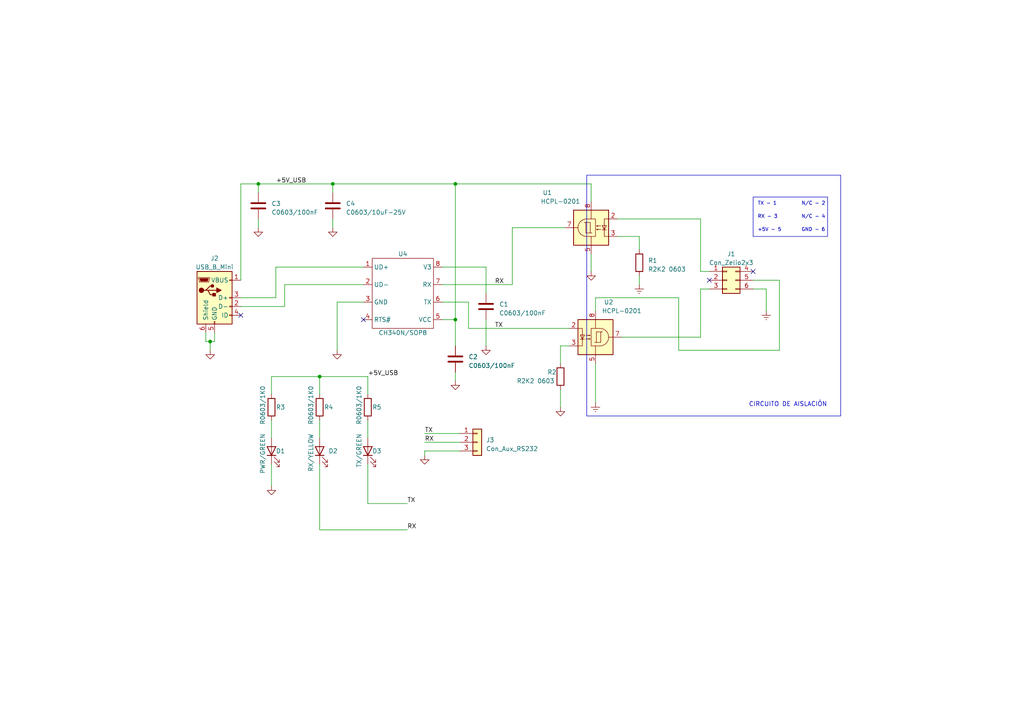
<source format=kicad_sch>
(kicad_sch (version 20230121) (generator eeschema)
  (paper "A4")
  (title_block (title "Cable USB Zelio v1") (date "2023-05-14") (rev "0.0.1") (company "Iothost"))
  (lib_symbols
    (symbol "CH340N_YouTube:CH340N"
      (property "Reference" "U" (at -7.62 12.7 0))
      (symbol "CH340N_1_1"
        (rectangle (start -8.89 10.16) (end 8.89 -10.16))
        (pin input line (at -11.43 7.62 0) (length 2.54) (name "UD+") (number "1"))
        (pin input line (at -11.43 2.54 0) (length 2.54) (name "UD-") (number "2"))
        (pin input line (at -11.43 -2.54 0) (length 2.54) (name "GND") (number "3"))
        (pin input line (at -11.43 -7.62 0) (length 2.54) (name "RTS#") (number "4"))
        (pin input line (at 11.43 -7.62 180) (length 2.54) (name "VCC") (number "5"))
        (pin input line (at 11.43 -2.54 180) (length 2.54) (name "TX") (number "6"))
        (pin input line (at 11.43 2.54 180) (length 2.54) (name "RX") (number "7"))
        (pin input line (at 11.43 7.62 180) (length 2.54) (name "V3") (number "8"))
      )
    )
    (symbol "Connector:USB_B_Mini" (pin_names (offset 1.016))
      (property "Reference" "J" (at -5.08 11.43 0))
      (property "Value" "USB_B_Mini" (at -5.08 8.89 0))
      (symbol "USB_B_Mini_0_1"
        (rectangle (start -5.08 -7.62) (end 5.08 7.62) (stroke (width 0.254)) (fill (type background)))
        (circle (center -3.81 2.159) (radius 0.635) (stroke (width 0.254)) (fill (type outline)))
        (circle (center -0.635 3.429) (radius 0.381) (stroke (width 0.254)) (fill (type outline)))
        (rectangle (start -0.127 -7.62) (end 0.127 -6.858))
        (polyline (pts (xy -1.905 2.159) (xy 0.635 2.159)) (stroke (width 0.254)))
        (polyline (pts (xy -3.175 2.159) (xy -2.54 2.159) (xy -1.27 3.429) (xy -0.635 3.429)) (stroke (width 0.254)))
        (polyline (pts (xy -2.54 2.159) (xy -1.905 2.159) (xy -1.27 0.889) (xy 0 0.889)) (stroke (width 0.254)))
        (polyline (pts (xy 0.635 2.794) (xy 0.635 1.524) (xy 1.905 2.159) (xy 0.635 2.794)) (stroke (width 0.254)) (fill (type outline)))
        (polyline (pts (xy -4.318 5.588) (xy -1.778 5.588) (xy -2.032 4.826) (xy -4.064 4.826) (xy -4.318 5.588)) (fill (type outline)))
        (polyline (pts (xy -4.699 5.842) (xy -4.699 5.588) (xy -4.445 4.826) (xy -4.445 4.572) (xy -1.651 4.572) (xy -1.651 4.826) (xy -1.397 5.588) (xy -1.397 5.842) (xy -4.699 5.842)))
        (rectangle (start 0.254 1.27) (end -0.508 0.508) (stroke (width 0.254)) (fill (type outline)))
        (rectangle (start 5.08 -5.207) (end 4.318 -4.953))
        (rectangle (start 5.08 -2.667) (end 4.318 -2.413))
        (rectangle (start 5.08 -0.127) (end 4.318 0.127))
        (rectangle (start 5.08 4.953) (end 4.318 5.207))
      )
      (symbol "USB_B_Mini_1_1"
        (pin power_out line (at 7.62 5.08 180) (length 2.54) (name "VBUS") (number "1"))
        (pin bidirectional line (at 7.62 -2.54 180) (length 2.54) (name "D-") (number "2"))
        (pin bidirectional line (at 7.62 0 180) (length 2.54) (name "D+") (number "3"))
        (pin passive line (at 7.62 -5.08 180) (length 2.54) (name "ID") (number "4"))
        (pin power_out line (at 0 -10.16 90) (length 2.54) (name "GND") (number "5"))
        (pin passive line (at -2.54 -10.16 90) (length 2.54) (name "Shield") (number "6"))
      )
    )
    (symbol "Connector_Generic:Conn_01x03" (pin_names (offset 1.016) hide)
      (property "Reference" "J" (at 0 5.08 0))
      (property "Value" "Conn_01x03" (at 0 -5.08 0))
      (symbol "Conn_01x03_1_1"
        (rectangle (start -1.27 -2.413) (end 0 -2.667) (stroke (width 0.1524)))
        (rectangle (start -1.27 0.127) (end 0 -0.127) (stroke (width 0.1524)))
        (rectangle (start -1.27 2.667) (end 0 2.413) (stroke (width 0.1524)))
        (rectangle (start -1.27 3.81) (end 1.27 -3.81) (stroke (width 0.254)) (fill (type background)))
        (pin passive line (at -5.08 2.54 0) (length 3.81) (name "Pin_1") (number "1"))
        (pin passive line (at -5.08 0 0) (length 3.81) (name "Pin_2") (number "2"))
        (pin passive line (at -5.08 -2.54 0) (length 3.81) (name "Pin_3") (number "3"))
      )
    )
    (symbol "Connector_Generic:Conn_02x03_Top_Bottom" (pin_names (offset 1.016) hide)
      (property "Reference" "J" (at 1.27 5.08 0))
      (property "Value" "Conn_02x03_Top_Bottom" (at 1.27 -5.08 0))
      (symbol "Conn_02x03_Top_Bottom_1_1"
        (rectangle (start -1.27 -2.413) (end 0 -2.667) (stroke (width 0.1524)))
        (rectangle (start -1.27 0.127) (end 0 -0.127) (stroke (width 0.1524)))
        (rectangle (start -1.27 2.667) (end 0 2.413) (stroke (width 0.1524)))
        (rectangle (start -1.27 3.81) (end 3.81 -3.81) (stroke (width 0.254)) (fill (type background)))
        (rectangle (start 3.81 -2.413) (end 2.54 -2.667) (stroke (width 0.1524)))
        (rectangle (start 3.81 0.127) (end 2.54 -0.127) (stroke (width 0.1524)))
        (rectangle (start 3.81 2.667) (end 2.54 2.413) (stroke (width 0.1524)))
        (pin passive line (at -5.08 2.54 0) (length 3.81) (name "Pin_1") (number "1"))
        (pin passive line (at -5.08 0 0) (length 3.81) (name "Pin_2") (number "2"))
        (pin passive line (at -5.08 -2.54 0) (length 3.81) (name "Pin_3") (number "3"))
        (pin passive line (at 7.62 2.54 180) (length 3.81) (name "Pin_4") (number "4"))
        (pin passive line (at 7.62 0 180) (length 3.81) (name "Pin_5") (number "5"))
        (pin passive line (at 7.62 -2.54 180) (length 3.81) (name "Pin_6") (number "6"))
      )
    )
    (symbol "Device:C" (pin_numbers hide) (pin_names (offset 0.254))
      (property "Reference" "C" (at 0.635 2.54 0))
      (property "Value" "C" (at 0.635 -2.54 0))
      (symbol "C_0_1"
        (polyline (pts (xy -2.032 -0.762) (xy 2.032 -0.762)) (stroke (width 0.508)))
        (polyline (pts (xy -2.032 0.762) (xy 2.032 0.762)) (stroke (width 0.508)))
      )
      (symbol "C_1_1"
        (pin passive line (at 0 3.81 270) (length 2.794) (name "~") (number "1"))
        (pin passive line (at 0 -3.81 90) (length 2.794) (name "~") (number "2"))
      )
    )
    (symbol "Device:LED" (pin_numbers hide) (pin_names (offset 1.016) hide)
      (property "Reference" "D" (at 0 2.54 0))
      (property "Value" "LED" (at 0 -2.54 0))
      (symbol "LED_0_1"
        (polyline (pts (xy -1.27 -1.27) (xy -1.27 1.27)) (stroke (width 0.254)))
        (polyline (pts (xy -1.27 0) (xy 1.27 0)))
        (polyline (pts (xy 1.27 -1.27) (xy 1.27 1.27) (xy -1.27 0) (xy 1.27 -1.27)) (stroke (width 0.254)))
        (polyline (pts (xy -3.048 -0.762) (xy -4.572 -2.286) (xy -3.81 -2.286) (xy -4.572 -2.286) (xy -4.572 -1.524)))
        (polyline (pts (xy -1.778 -0.762) (xy -3.302 -2.286) (xy -2.54 -2.286) (xy -3.302 -2.286) (xy -3.302 -1.524)))
      )
      (symbol "LED_1_1"
        (pin passive line (at -3.81 0 0) (length 2.54) (name "K") (number "1"))
        (pin passive line (at 3.81 0 180) (length 2.54) (name "A") (number "2"))
      )
    )
    (symbol "Device:R" (pin_numbers hide) (pin_names (offset 0))
      (property "Reference" "R" (at 2.032 0 90))
      (property "Value" "R" (at 0 0 90))
      (symbol "R_0_1"
        (rectangle (start -1.016 -2.54) (end 1.016 2.54) (stroke (width 0.254)))
      )
      (symbol "R_1_1"
        (pin passive line (at 0 3.81 270) (length 1.27) (name "~") (number "1"))
        (pin passive line (at 0 -3.81 90) (length 1.27) (name "~") (number "2"))
      )
    )
    (symbol "Isolator:HCPL-0201"
      (property "Reference" "U" (at -5.08 6.35 0))
      (property "Value" "HCPL-0201" (at 6.35 6.35 0))
      (symbol "HCPL-0201_0_1"
        (polyline (pts (xy 0.254 -1.524) (xy -0.254 -1.524)))
        (polyline (pts (xy 1.524 1.524) (xy 2.032 1.524)))
        (polyline (pts (xy 5.08 0) (xy 3.81 0)))
        (rectangle (start 0.254 1.524) (end 1.524 -1.524))
      )
      (symbol "HCPL-0201_1_1"
        (rectangle (start -5.08 5.08) (end 5.08 -5.08) (stroke (width 0.254)) (fill (type background)))
        (polyline (pts (xy -4.445 -0.635) (xy -3.175 -0.635)))
        (polyline (pts (xy 0 2.54) (xy 0 5.08)))
        (polyline (pts (xy 0 -2.54) (xy 0 -5.08) (xy 0 -3.81)))
        (polyline (pts (xy -5.08 -2.54) (xy -3.81 -2.54) (xy -3.81 2.54) (xy -5.08 2.54)))
        (polyline (pts (xy -3.81 -0.635) (xy -4.445 0.635) (xy -3.175 0.635) (xy -3.81 -0.635)))
        (polyline (pts (xy 1.27 -2.54) (xy -1.27 -2.54) (xy -1.27 2.54) (xy 1.27 2.54)))
        (polyline (pts (xy -2.794 -0.508) (xy -1.524 -0.508) (xy -1.905 -0.635) (xy -1.905 -0.381) (xy -1.524 -0.508)))
        (polyline (pts (xy -2.794 0.508) (xy -1.524 0.508) (xy -1.905 0.381) (xy -1.905 0.635) (xy -1.524 0.508)))
        (arc (start 1.27 -2.54) (mid 3.799 0) (end 1.27 2.54))
        (pin no_connect line (at -5.08 0 0) (length 2.54) hide (name "~") (number "1"))
        (pin passive line (at -7.62 2.54 0) (length 2.54) (name "~") (number "2"))
        (pin passive line (at -7.62 -2.54 0) (length 2.54) (name "~") (number "3"))
        (pin no_connect line (at -5.08 -5.08 0) (length 2.54) hide (name "~") (number "4"))
        (pin power_in line (at 0 -7.62 90) (length 2.54) (name "~") (number "5"))
        (pin no_connect line (at 5.08 -2.54 180) (length 2.54) hide (name "~") (number "6"))
        (pin output line (at 7.62 0 180) (length 2.54) (name "~") (number "7"))
        (pin power_in line (at 0 7.62 270) (length 2.54) (name "~") (number "8"))
      )
    )
    (symbol "power:Earth" (power) (pin_names (offset 0))
      (symbol "Earth_0_1"
        (polyline (pts (xy -0.635 -1.905) (xy 0.635 -1.905)))
        (polyline (pts (xy -0.127 -2.54) (xy 0.127 -2.54)))
        (polyline (pts (xy 0 -1.27) (xy 0 0)))
        (polyline (pts (xy 1.27 -1.27) (xy -1.27 -1.27)))
      )
      (symbol "Earth_1_1"
        (pin power_in line (at 0 0 270) (length 0) hide (name "Earth") (number "1"))
      )
    )
    (symbol "power:GND" (power) (pin_names (offset 0))
      (property "Value" "GND" (at 0 -3.81 0))
      (symbol "GND_0_1"
        (polyline (pts (xy 0 0) (xy 0 -1.27) (xy 1.27 -1.27) (xy 0 -2.54) (xy -1.27 -1.27) (xy 0 -1.27)))
      )
      (symbol "GND_1_1"
        (pin power_in line (at 0 0 270) (length 0) hide (name "GND") (number "1"))
      )
    )
  )
  (junction (at 132.08 92.71))
  (junction (at 132.08 53.34))
  (junction (at 74.93 53.34))
  (junction (at 96.52 53.34))
  (junction (at 60.96 99.06))
  (junction (at 92.71 109.22))
  (no_connect (at 69.85 91.44))
  (no_connect (at 105.41 92.71))
  (no_connect (at 205.74 81.28))
  (no_connect (at 218.44 78.74))
  (wire (pts (xy 59.69 99.06) (xy 60.96 99.06)))
  (wire (pts (xy 123.19 128.27) (xy 133.35 128.27)))
  (wire (pts (xy 69.85 53.34) (xy 74.93 53.34)))
  (wire (pts (xy 148.59 66.04) (xy 148.59 82.55)))
  (wire (pts (xy 179.07 68.58) (xy 185.42 68.58)))
  (wire (pts (xy 196.85 86.36) (xy 196.85 101.6)))
  (wire (pts (xy 148.59 82.55) (xy 128.27 82.55)))
  (wire (pts (xy 140.97 77.47) (xy 128.27 77.47)))
  (wire (pts (xy 203.2 78.74) (xy 205.74 78.74)))
  (wire (pts (xy 106.68 134.62) (xy 106.68 146.05)))
  (wire (pts (xy 128.27 87.63) (xy 135.89 87.63)))
  (wire (pts (xy 78.74 109.22) (xy 92.71 109.22)))
  (wire (pts (xy 92.71 109.22) (xy 106.68 109.22)))
  (wire (pts (xy 132.08 92.71) (xy 132.08 53.34)))
  (wire (pts (xy 60.96 99.06) (xy 62.23 99.06)))
  (wire (pts (xy 185.42 68.58) (xy 185.42 72.39)))
  (wire (pts (xy 203.2 83.82) (xy 205.74 83.82)))
  (wire (pts (xy 78.74 134.62) (xy 78.74 140.97)))
  (wire (pts (xy 78.74 121.92) (xy 78.74 127)))
  (wire (pts (xy 82.55 88.9) (xy 82.55 82.55)))
  (wire (pts (xy 60.96 99.06) (xy 60.96 101.6)))
  (wire (pts (xy 123.19 130.81) (xy 123.19 132.08)))
  (wire (pts (xy 172.72 105.41) (xy 172.72 116.84)))
  (wire (pts (xy 203.2 97.79) (xy 203.2 83.82)))
  (wire (pts (xy 163.83 66.04) (xy 148.59 66.04)))
  (wire (pts (xy 80.01 86.36) (xy 80.01 77.47)))
  (wire (pts (xy 96.52 63.5) (xy 96.52 66.04)))
  (wire (pts (xy 135.89 95.25) (xy 165.1 95.25)))
  (wire (pts (xy 132.08 53.34) (xy 171.45 53.34)))
  (wire (pts (xy 74.93 63.5) (xy 74.93 66.04)))
  (wire (pts (xy 106.68 109.22) (xy 106.68 114.3)))
  (wire (pts (xy 92.71 109.22) (xy 92.71 114.3)))
  (wire (pts (xy 162.56 100.33) (xy 162.56 105.41)))
  (wire (pts (xy 128.27 92.71) (xy 132.08 92.71)))
  (wire (pts (xy 82.55 82.55) (xy 105.41 82.55)))
  (wire (pts (xy 96.52 53.34) (xy 132.08 53.34)))
  (wire (pts (xy 162.56 113.03) (xy 162.56 118.11)))
  (wire (pts (xy 135.89 87.63) (xy 135.89 95.25)))
  (wire (pts (xy 69.85 88.9) (xy 82.55 88.9)))
  (wire (pts (xy 62.23 96.52) (xy 62.23 99.06)))
  (wire (pts (xy 123.19 125.73) (xy 133.35 125.73)))
  (wire (pts (xy 165.1 100.33) (xy 162.56 100.33)))
  (wire (pts (xy 180.34 97.79) (xy 203.2 97.79)))
  (wire (pts (xy 132.08 107.95) (xy 132.08 110.49)))
  (wire (pts (xy 185.42 80.01) (xy 185.42 82.55)))
  (wire (pts (xy 106.68 146.05) (xy 118.11 146.05)))
  (wire (pts (xy 172.72 86.36) (xy 196.85 86.36)))
  (wire (pts (xy 218.44 83.82) (xy 222.25 83.82)))
  (wire (pts (xy 80.01 77.47) (xy 105.41 77.47)))
  (wire (pts (xy 171.45 73.66) (xy 171.45 78.74)))
  (wire (pts (xy 222.25 83.82) (xy 222.25 90.17)))
  (wire (pts (xy 96.52 53.34) (xy 96.52 55.88)))
  (wire (pts (xy 172.72 90.17) (xy 172.72 86.36)))
  (wire (pts (xy 92.71 153.67) (xy 118.11 153.67)))
  (wire (pts (xy 105.41 87.63) (xy 97.79 87.63)))
  (wire (pts (xy 69.85 86.36) (xy 80.01 86.36)))
  (wire (pts (xy 106.68 121.92) (xy 106.68 127)))
  (wire (pts (xy 92.71 134.62) (xy 92.71 153.67)))
  (wire (pts (xy 226.06 101.6) (xy 226.06 81.28)))
  (wire (pts (xy 74.93 53.34) (xy 74.93 55.88)))
  (wire (pts (xy 92.71 121.92) (xy 92.71 127)))
  (wire (pts (xy 123.19 130.81) (xy 133.35 130.81)))
  (wire (pts (xy 226.06 81.28) (xy 218.44 81.28)))
  (wire (pts (xy 59.69 96.52) (xy 59.69 99.06)))
  (wire (pts (xy 132.08 92.71) (xy 132.08 100.33)))
  (wire (pts (xy 140.97 92.71) (xy 140.97 100.33)))
  (wire (pts (xy 97.79 87.63) (xy 97.79 101.6)))
  (wire (pts (xy 196.85 101.6) (xy 226.06 101.6)))
  (wire (pts (xy 203.2 63.5) (xy 203.2 78.74)))
  (wire (pts (xy 78.74 114.3) (xy 78.74 109.22)))
  (wire (pts (xy 69.85 81.28) (xy 69.85 53.34)))
  (wire (pts (xy 74.93 53.34) (xy 96.52 53.34)))
  (wire (pts (xy 179.07 63.5) (xy 203.2 63.5)))
  (wire (pts (xy 140.97 85.09) (xy 140.97 77.47)))
  (wire (pts (xy 171.45 53.34) (xy 171.45 58.42)))
  (rectangle (start 170.18 50.8) (end 243.84 120.65))
  (rectangle (start 218.44 57.15) (end 240.03 68.58))
  (text "GND - 6" (at 232.41 67.31 0) (effects (font (size 1 1)) (justify left bottom)))
  (text "N/C - 2" (at 232.41 59.69 0) (effects (font (size 1 1)) (justify left bottom)))
  (text "+5V - 5" (at 219.71 67.31 0) (effects (font (size 1 1)) (justify left bottom)))
  (text "TX - 1" (at 219.71 59.69 0) (effects (font (size 1 1)) (justify left bottom)))
  (text "N/C - 4" (at 232.41 63.5 0) (effects (font (size 1 1)) (justify left bottom)))
  (text "RX - 3" (at 219.71 63.5 0) (effects (font (size 1 1)) (justify left bottom)))
  (text "CIRCUITO DE AISLACIÓN" (at 217.17 118.11 0) (effects (font (size 1.27 1.27)) (justify left bottom)))
  (label "RX" (at 123.19 128.27 0))
  (label "+5V_USB" (at 106.68 109.22 0))
  (label "RX" (at 143.51 82.55 0))
  (label "RX" (at 118.11 153.67 0))
  (label "+5V_USB" (at 80.01 53.34 0))
  (label "TX" (at 123.19 125.73 0))
  (label "TX" (at 118.11 146.05 0))
  (label "TX" (at 143.51 95.25 0))
  (symbol (lib_id "Connector:USB_B_Mini") (at 62.23 86.36 0) (unit 1)
    (property "Reference" "J2" (at 62.23 74.93 0))
    (property "Value" "USB_B_Mini" (at 62.23 77.47 0))
    (property "Footprint" "Connector_USB:USB_Micro-B_GCT_USB3076-30-A" (effects hide))
    (property "LCSC" "C319160" (effects hide))
  )
  (symbol (lib_id "Device:C") (at 140.97 88.9 0) (unit 1)
    (property "Reference" "C1" (at 144.78 88.265 0) (effects (justify left)))
    (property "Value" "C0603/100nF" (at 144.78 90.805 0) (effects (justify left)))
    (property "Footprint" "Capacitor_SMD:C_0603_1608Metric" (effects hide))
    (property "LCSC" "C14663" (effects hide))
  )
  (symbol (lib_id "power:GND") (at 96.52 66.04 0) (unit 1)
    (property "Reference" "#PWR011" (effects hide))
    (property "Value" "GND" (effects hide))
  )
  (symbol (lib_id "Isolator:HCPL-0201") (at 171.45 66.04 0) (mirror y) (unit 1)
    (property "Reference" "U1" (at 158.75 55.88 0))
    (property "Value" "HCPL-0201" (at 162.56 58.42 0))
    (property "Footprint" "Package_SO:SOIC-8_3.9x4.9mm_P1.27mm" (effects hide))
    (property "Datasheet" "https://docs.broadcom.com/docs/AV02-0674EN" (effects hide))
    (property "LCSC" "C188694" (effects hide))
  )
  (symbol (lib_id "Device:C") (at 96.52 59.69 0) (unit 1)
    (property "Reference" "C4" (at 100.33 59.055 0) (effects (justify left)))
    (property "Value" "C0603/10uF-25V" (at 100.33 61.595 0) (effects (justify left)))
    (property "Footprint" "Capacitor_SMD:C_0603_1608Metric" (effects hide))
    (property "LCSC" "C96446" (effects hide))
  )
  (symbol (lib_id "Connector_Generic:Conn_02x03_Top_Bottom") (at 210.82 81.28 0) (unit 1)
    (property "Reference" "J1" (at 212.09 73.66 0))
    (property "Value" "Con_Zelio2x3" (at 212.09 76.2 0))
    (property "Footprint" "Connector_PinHeader_2.54mm:PinHeader_2x03_P2.54mm_Horizontal" (effects hide))
  )
  (symbol (lib_id "power:GND") (at 74.93 66.04 0) (unit 1)
    (property "Reference" "#PWR010" (effects hide))
    (property "Value" "GND" (effects hide))
  )
  (symbol (lib_id "CH340N_YouTube:CH340N") (at 116.84 85.09 0) (unit 1)
    (property "Reference" "U4" (at 116.84 73.66 0))
    (property "Value" "CH340N/SOP8" (at 116.84 96.52 0))
    (property "Footprint" "Package_SO:SO-8_3.9x4.9mm_P1.27mm" (effects hide))
    (property "LCSC" "C506813" (effects hide))
  )
  (symbol (lib_id "Device:R") (at 92.71 118.11 0) (unit 1)
    (property "Reference" "R4" (at 93.98 118.11 0) (effects (justify left)))
    (property "Value" "R0603/1K0" (at 90.17 123.19 90) (effects (justify left)))
    (property "Footprint" "Resistor_SMD:R_0603_1608Metric" (effects hide))
    (property "Datasheet" "https://datasheet.lcsc.com/lcsc/2206010230_UNI-ROYAL-Uniroyal-Elec-0603WAF2201T5E_C4190.pdf" (effects hide))
    (property "LCSC" "C21190" (effects hide))
  )
  (symbol (lib_id "Device:R") (at 185.42 76.2 0) (unit 1)
    (property "Reference" "R1" (at 187.96 75.565 0) (effects (justify left)))
    (property "Value" "R2K2 0603" (at 187.96 78.105 0) (effects (justify left)))
    (property "Footprint" "Resistor_SMD:R_0603_1608Metric" (effects hide))
    (property "Datasheet" "https://datasheet.lcsc.com/lcsc/2206010230_UNI-ROYAL-Uniroyal-Elec-0603WAF2201T5E_C4190.pdf" (effects hide))
    (property "LCSC" "C4190" (effects hide))
  )
  (symbol (lib_id "Device:R") (at 162.56 109.22 0) (unit 1)
    (property "Reference" "R2" (at 158.75 107.95 0) (effects (justify left)))
    (property "Value" "R2K2 0603" (at 149.86 110.49 0) (effects (justify left)))
    (property "Footprint" "Resistor_SMD:R_0603_1608Metric" (effects hide))
    (property "Datasheet" "https://datasheet.lcsc.com/lcsc/2206010230_UNI-ROYAL-Uniroyal-Elec-0603WAF2201T5E_C4190.pdf" (effects hide))
    (property "LCSC" "C4190" (effects hide))
  )
  (symbol (lib_id "power:GND") (at 78.74 140.97 0) (unit 1)
    (property "Reference" "#PWR012" (effects hide))
    (property "Value" "GND" (effects hide))
  )
  (symbol (lib_id "power:GND") (at 171.45 78.74 0) (unit 1)
    (property "Reference" "#PWR08" (effects hide))
    (property "Value" "GND" (effects hide))
  )
  (symbol (lib_id "power:Earth") (at 185.42 82.55 0) (unit 1)
    (property "Reference" "#PWR02" (effects hide))
    (property "Value" "Earth" (effects hide))
  )
  (symbol (lib_id "power:GND") (at 97.79 101.6 0) (unit 1)
    (property "Reference" "#PWR05" (effects hide))
    (property "Value" "GND" (effects hide))
  )
  (symbol (lib_id "Device:C") (at 132.08 104.14 0) (unit 1)
    (property "Reference" "C2" (at 135.89 103.505 0) (effects (justify left)))
    (property "Value" "C0603/100nF" (at 135.89 106.045 0) (effects (justify left)))
    (property "Footprint" "Capacitor_SMD:C_0603_1608Metric" (effects hide))
    (property "LCSC" "C14663" (effects hide))
  )
  (symbol (lib_id "power:GND") (at 60.96 101.6 0) (unit 1)
    (property "Reference" "#PWR04" (effects hide))
    (property "Value" "GND" (effects hide))
  )
  (symbol (lib_id "Device:R") (at 78.74 118.11 0) (unit 1)
    (property "Reference" "R3" (at 80.01 118.11 0) (effects (justify left)))
    (property "Value" "R0603/1K0" (at 76.2 123.19 90) (effects (justify left)))
    (property "Footprint" "Resistor_SMD:R_0603_1608Metric" (effects hide))
    (property "Datasheet" "https://datasheet.lcsc.com/lcsc/2206010230_UNI-ROYAL-Uniroyal-Elec-0603WAF2201T5E_C4190.pdf" (effects hide))
    (property "LCSC" "C21190" (effects hide))
  )
  (symbol (lib_id "Device:R") (at 106.68 118.11 0) (unit 1)
    (property "Reference" "R5" (at 107.95 118.11 0) (effects (justify left)))
    (property "Value" "R0603/1K0" (at 104.14 123.19 90) (effects (justify left)))
    (property "Footprint" "Resistor_SMD:R_0603_1608Metric" (effects hide))
    (property "Datasheet" "https://datasheet.lcsc.com/lcsc/2206010230_UNI-ROYAL-Uniroyal-Elec-0603WAF2201T5E_C4190.pdf" (effects hide))
    (property "LCSC" "C21190" (effects hide))
  )
  (symbol (lib_id "Isolator:HCPL-0201") (at 172.72 97.79 0) (unit 1)
    (property "Reference" "U2" (at 176.53 87.63 0))
    (property "Value" "HCPL-0201" (at 180.34 90.17 0))
    (property "Footprint" "Package_SO:SOIC-8_3.9x4.9mm_P1.27mm" (effects hide))
    (property "Datasheet" "https://docs.broadcom.com/docs/AV02-0674EN" (effects hide))
    (property "LCSC" "C188694" (effects hide))
  )
  (symbol (lib_id "Connector_Generic:Conn_01x03") (at 138.43 128.27 0) (unit 1)
    (property "Reference" "J3" (at 140.97 127.635 0) (effects (justify left)))
    (property "Value" "Con_Aux_RS232" (at 140.97 130.175 0) (effects (justify left)))
    (property "Footprint" "Connector_PinHeader_2.54mm:PinHeader_1x03_P2.54mm_Vertical" (effects hide))
  )
  (symbol (lib_id "Device:LED") (at 92.71 130.81 90) (unit 1)
    (property "Reference" "D2" (at 95.25 130.81 90) (effects (justify right)))
    (property "Value" "RX/YELLOW" (at 90.17 125.73 0) (effects (justify right)))
    (property "Footprint" "LED_SMD:LED_0603_1608Metric" (effects hide))
    (property "LCSC" "C72038" (effects hide))
  )
  (symbol (lib_id "power:Earth") (at 172.72 116.84 0) (unit 1)
    (property "Reference" "#PWR03" (effects hide))
    (property "Value" "Earth" (effects hide))
  )
  (symbol (lib_id "power:GND") (at 140.97 100.33 0) (unit 1)
    (property "Reference" "#PWR06" (effects hide))
    (property "Value" "GND" (effects hide))
  )
  (symbol (lib_id "power:GND") (at 123.19 132.08 0) (unit 1)
    (property "Reference" "#PWR013" (effects hide))
    (property "Value" "GND" (effects hide))
  )
  (symbol (lib_id "power:GND") (at 132.08 110.49 0) (unit 1)
    (property "Reference" "#PWR09" (effects hide))
    (property "Value" "GND" (effects hide))
  )
  (symbol (lib_id "power:GND") (at 162.56 118.11 0) (unit 1)
    (property "Reference" "#PWR07" (effects hide))
    (property "Value" "GND" (effects hide))
  )
  (symbol (lib_id "Device:C") (at 74.93 59.69 0) (unit 1)
    (property "Reference" "C3" (at 78.74 59.055 0) (effects (justify left)))
    (property "Value" "C0603/100nF" (at 78.74 61.595 0) (effects (justify left)))
    (property "Footprint" "Capacitor_SMD:C_0603_1608Metric" (effects hide))
    (property "LCSC" "C14663" (effects hide))
  )
  (symbol (lib_id "power:Earth") (at 222.25 90.17 0) (unit 1)
    (property "Reference" "#PWR01" (effects hide))
    (property "Value" "Earth" (effects hide))
  )
  (symbol (lib_id "Device:LED") (at 78.74 130.81 90) (unit 1)
    (property "Reference" "D1" (at 80.01 130.81 90) (effects (justify right)))
    (property "Value" "PWR/GREEN" (at 76.2 125.73 0) (effects (justify right)))
    (property "Footprint" "LED_SMD:LED_0603_1608Metric" (effects hide))
    (property "LCSC" "C72043" (effects hide))
  )
  (symbol (lib_id "Device:LED") (at 106.68 130.81 90) (unit 1)
    (property "Reference" "D3" (at 107.95 130.81 90) (effects (justify right)))
    (property "Value" "TX/GREEN" (at 104.14 125.73 0) (effects (justify right)))
    (property "Footprint" "LED_SMD:LED_0603_1608Metric" (effects hide))
    (property "LCSC" "C72043" (effects hide))
  )
)
</source>
